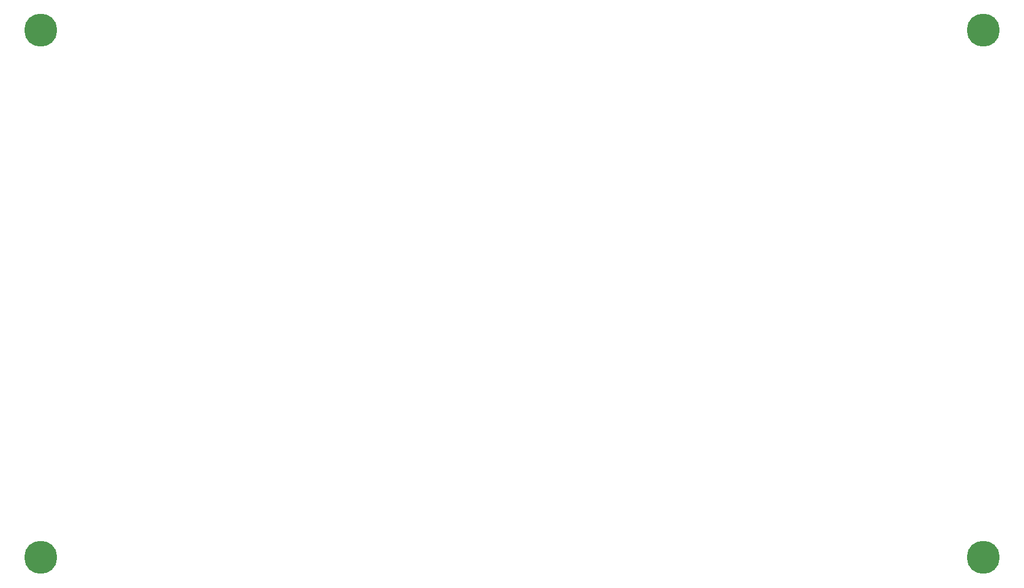
<source format=gbr>
%TF.GenerationSoftware,KiCad,Pcbnew,9.0.2*%
%TF.CreationDate,2025-08-22T18:27:14+01:00*%
%TF.ProjectId,MC8P_MIDI_CONTROLLER,4d433850-5f4d-4494-9449-5f434f4e5452,rev?*%
%TF.SameCoordinates,Original*%
%TF.FileFunction,Soldermask,Bot*%
%TF.FilePolarity,Negative*%
%FSLAX46Y46*%
G04 Gerber Fmt 4.6, Leading zero omitted, Abs format (unit mm)*
G04 Created by KiCad (PCBNEW 9.0.2) date 2025-08-22 18:27:14*
%MOMM*%
%LPD*%
G01*
G04 APERTURE LIST*
%ADD10C,5.000000*%
G04 APERTURE END LIST*
D10*
%TO.C,*%
X169000000Y-290000000D03*
%TD*%
%TO.C,*%
X169000000Y-210000000D03*
%TD*%
%TO.C,*%
X26000000Y-210000000D03*
%TD*%
%TO.C,*%
X26000000Y-290000000D03*
%TD*%
M02*

</source>
